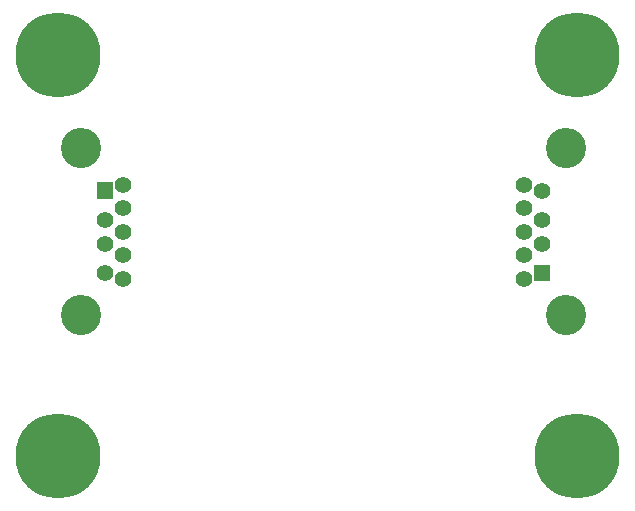
<source format=gbs>
G04 Layer: BottomSolderMaskLayer*
G04 EasyEDA v6.4.20.6, 2021-08-19T13:16:06+10:00*
G04 9d4605ca98984d129178a5d3578e3ea3,9bf960991b9d4efa812b5d32ee5e6833,10*
G04 Gerber Generator version 0.2*
G04 Scale: 100 percent, Rotated: No, Reflected: No *
G04 Dimensions in millimeters *
G04 leading zeros omitted , absolute positions ,4 integer and 5 decimal *
%FSLAX45Y45*%
%MOMM*%

%ADD28C,3.4032*%
%ADD30C,1.4021*%
%ADD31C,7.2032*%

%LPD*%
D28*
G01*
X5499988Y5993104D03*
G01*
X5499988Y7406868D03*
G36*
X5229859Y6279895D02*
G01*
X5229859Y6420104D01*
X5370068Y6420104D01*
X5370068Y6279895D01*
G37*
D30*
G01*
X5300090Y6599910D03*
G01*
X5300090Y6800062D03*
G01*
X5300090Y7049998D03*
G01*
X5149977Y6299936D03*
G01*
X5149977Y6500088D03*
G01*
X5149977Y6699986D03*
G01*
X5149977Y6899884D03*
G01*
X5149977Y7100036D03*
D28*
G01*
X1399997Y7406868D03*
G01*
X1399997Y5993104D03*
G36*
X1529842Y6979920D02*
G01*
X1529842Y7120128D01*
X1670050Y7120128D01*
X1670050Y6979920D01*
G37*
D30*
G01*
X1599895Y6800062D03*
G01*
X1599895Y6599910D03*
G01*
X1599895Y6349974D03*
G01*
X1750009Y7100036D03*
G01*
X1750009Y6899884D03*
G01*
X1750009Y6699986D03*
G01*
X1750009Y6500088D03*
G01*
X1750009Y6299936D03*
D31*
G01*
X1199997Y8200009D03*
G01*
X5599988Y8200009D03*
G01*
X5599988Y4799990D03*
G01*
X1199997Y4799990D03*
M02*

</source>
